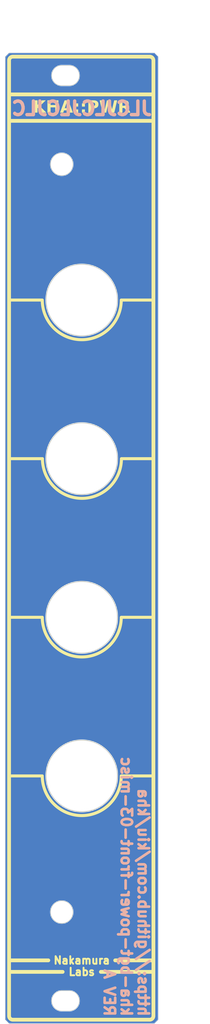
<source format=kicad_pcb>
(kicad_pcb (version 20221018) (generator pcbnew)
  (layers (0 "F.Cu" signal) (31 "B.Cu" signal) (34 "B.Paste" user) (35 "F.Paste" user) (36 "B.SilkS" user "B.Silkscreen") (37 "F.SilkS" user "F.Silkscreen") (38 "B.Mask" user) (39 "F.Mask" user) (44 "Edge.Cuts" user))
  (net 0 "")
  (gr_line (start 64.75 98.5) (end 60.5 98.5) (stroke (width 0.4)) (layer "F.SilkS"))
  (gr_arc (start 79.525 151.275001) (mid 79.378553 151.628554) (end 79.025 151.775001) (stroke (width 0.5)) (layer "F.SilkS"))
  (gr_line (start 67.46 145.441) (end 60.348 145.441) (stroke (width 0.5)) (layer "F.SilkS"))
  (gr_arc (start 75.25 98.5) (mid 70 103.75) (end 64.75 98.5) (stroke (width 0.4)) (layer "F.SilkS"))
  (gr_line (start 65.555 143.917) (end 60.348 143.917) (stroke (width 0.5)) (layer "F.SilkS"))
  (gr_line (start 79.525 24.774999) (end 79.525 151.275001) (stroke (width 0.5)) (layer "F.SilkS"))
  (gr_line (start 79.5 98.5) (end 75.25 98.5) (stroke (width 0.4)) (layer "F.SilkS"))
  (gr_line (start 64.772944 77.5) (end 60.522944 77.5) (stroke (width 0.4)) (layer "F.SilkS"))
  (gr_line (start 79.525 143.917) (end 74.445 143.917) (stroke (width 0.5)) (layer "F.SilkS"))
  (gr_line (start 79.5 119.5) (end 75.25 119.5) (stroke (width 0.4)) (layer "F.SilkS"))
  (gr_line (start 79.522944 77.5) (end 75.272944 77.5) (stroke (width 0.4)) (layer "F.SilkS"))
  (gr_line (start 64.75 119.5) (end 60.5 119.5) (stroke (width 0.4)) (layer "F.SilkS"))
  (gr_arc (start 60.340001 24.774999) (mid 60.486448 24.421447) (end 60.84 24.275) (stroke (width 0.5)) (layer "F.SilkS"))
  (gr_line (start 64.75 56.5) (end 60.5 56.5) (stroke (width 0.4)) (layer "F.SilkS"))
  (gr_arc (start 75.25 56.5) (mid 70 61.75) (end 64.75 56.5) (stroke (width 0.4)) (layer "F.SilkS"))
  (gr_arc (start 75.272944 77.5) (mid 70.022944 82.75) (end 64.772944 77.5) (stroke (width 0.4)) (layer "F.SilkS"))
  (gr_line (start 60.34 151.275) (end 60.34 24.775) (stroke (width 0.5)) (layer "F.SilkS"))
  (gr_arc (start 79.025 24.274999) (mid 79.378553 24.421446) (end 79.525 24.774999) (stroke (width 0.5)) (layer "F.SilkS"))
  (gr_line (start 60.84 24.275) (end 79.025 24.274999) (stroke (width 0.5)) (layer "F.SilkS"))
  (gr_arc (start 75.25 119.5) (mid 70 124.75) (end 64.75 119.5) (stroke (width 0.4)) (layer "F.SilkS"))
  (gr_line (start 79.025 151.775001) (end 60.84 151.775) (stroke (width 0.5)) (layer "F.SilkS"))
  (gr_line (start 60.34 29.275) (end 79.525 29.275) (stroke (width 0.5)) (layer "F.SilkS"))
  (gr_arc (start 60.84 151.775) (mid 60.486447 151.628553) (end 60.34 151.275) (stroke (width 0.5)) (layer "F.SilkS"))
  (gr_line (start 79.5 56.5) (end 75.25 56.5) (stroke (width 0.4)) (layer "F.SilkS"))
  (gr_line (start 60.34 32.775) (end 79.525 32.775) (stroke (width 0.5)) (layer "F.SilkS"))
  (gr_line (start 79.525 145.441) (end 72.54 145.441) (stroke (width 0.5)) (layer "F.SilkS"))
  (gr_line (start 59.84 151.775) (end 59.84 24.275) (stroke (width 0.05)) (layer "Edge.Cuts"))
  (gr_line (start 59.84 24.275) (end 60.34 23.775) (stroke (width 0.05)) (layer "Edge.Cuts"))
  (gr_line (start 67.34 28.125) (end 68.34 28.125) (stroke (width 0.1)) (layer "Edge.Cuts"))
  (gr_arc (start 68.34 25.425) (mid 69.69 26.775) (end 68.34 28.125) (stroke (width 0.1)) (layer "Edge.Cuts"))
  (gr_line (start 67.34 147.925) (end 68.34 147.925) (stroke (width 0.1)) (layer "Edge.Cuts"))
  (gr_arc (start 68.34 147.925) (mid 69.69 149.275) (end 68.34 150.625) (stroke (width 0.1)) (layer "Edge.Cuts"))
  (gr_line (start 60.34 23.775) (end 79.66 23.775) (stroke (width 0.05)) (layer "Edge.Cuts"))
  (gr_circle (center 70 56.5) (end 74.75 56.5) (stroke (width 0.15)) (fill none) (layer "Edge.Cuts"))
  (gr_arc (start 67.34 28.125) (mid 65.99 26.775) (end 67.34 25.425) (stroke (width 0.1)) (layer "Edge.Cuts"))
  (gr_circle (center 70 119.5) (end 74.75 119.5) (stroke (width 0.15)) (fill none) (layer "Edge.Cuts"))
  (gr_line (start 79.66 23.775) (end 80.16 24.275) (stroke (width 0.05)) (layer "Edge.Cuts"))
  (gr_circle (center 70 77.5) (end 74.75 77.5) (stroke (width 0.15)) (fill none) (layer "Edge.Cuts"))
  (gr_line (start 67.34 150.625) (end 68.34 150.625) (stroke (width 0.1)) (layer "Edge.Cuts"))
  (gr_line (start 67.34 25.425) (end 68.34 25.425) (stroke (width 0.1)) (layer "Edge.Cuts"))
  (gr_line (start 79.66 152.275) (end 80.16 151.775) (stroke (width 0.05)) (layer "Edge.Cuts"))
  (gr_circle (center 67.34 137.525) (end 68.84 137.525) (stroke (width 0.1)) (fill none) (layer "Edge.Cuts"))
  (gr_line (start 80.16 24.275) (end 80.16 151.775) (stroke (width 0.05)) (layer "Edge.Cuts"))
  (gr_line (start 79.66 152.275) (end 60.34 152.275) (stroke (width 0.05)) (layer "Edge.Cuts"))
  (gr_line (start 59.84 151.775) (end 60.34 152.275) (stroke (width 0.05)) (layer "Edge.Cuts"))
  (gr_arc (start 67.34 150.625) (mid 65.99 149.275) (end 67.34 147.925) (stroke (width 0.1)) (layer "Edge.Cuts"))
  (gr_circle (center 70 98.5) (end 74.75 98.5) (stroke (width 0.15)) (fill none) (layer "Edge.Cuts"))
  (gr_circle (center 67.34 38.525) (end 68.84 38.525) (stroke (width 0.1)) (fill none) (layer "Edge.Cuts"))
  (gr_text "JLCJLCJLCJLC" (at 70 31.141) (layer "B.SilkS") (effects (font (size 1.8 1.8) (thickness 0.45) bold) (justify mirror)))
  (gr_text "https://github.com/kiu/kha\nkha-bgt-power-front-03-misc\nREV A" (at 79 151.5 270) (layer "B.SilkS") (effects (font (size 1.4 1.4) (thickness 0.35) bold) (justify left top mirror)))
  (gr_text "KHA::PWR" (at 70 31.025) (layer "F.SilkS") (effects (font (size 1.6 1.6) (thickness 0.25) bold)))
  (gr_text "Nakamura" (at 70 143.917) (layer "F.SilkS") (effects (font (size 1 1) (thickness 0.25))))
  (gr_text "Labs" (at 70 145.441) (layer "F.SilkS") (effects (font (size 1 1) (thickness 0.25))))
  (zone (net 0) (net_name "") (layers "F&B.Cu") (connect_pads (clearance 0.508)) (min_thickness 0.254) (fill yes (thermal_gap 0.508) (thermal_bridge_width 0.508) (island_removal_mode 1) (island_area_min 10))
    (polygon (pts (xy 80.16 152.275) (xy 59.84 152.275) (xy 59.84 23.775) (xy 80.16 23.775)))
  )
)
</source>
